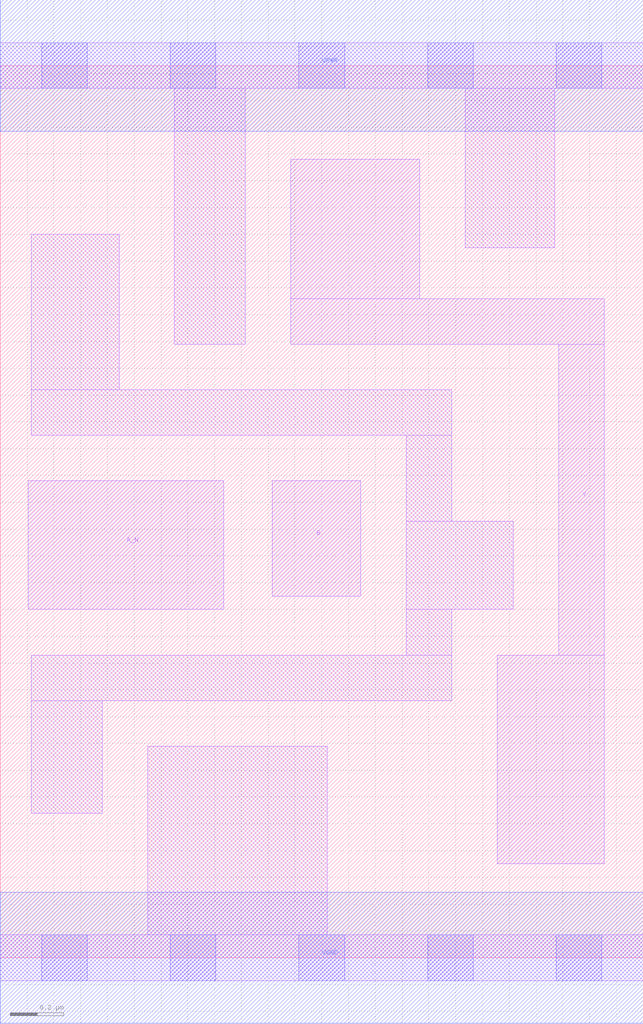
<source format=lef>
# Copyright 2020 The SkyWater PDK Authors
#
# Licensed under the Apache License, Version 2.0 (the "License");
# you may not use this file except in compliance with the License.
# You may obtain a copy of the License at
#
#     https://www.apache.org/licenses/LICENSE-2.0
#
# Unless required by applicable law or agreed to in writing, software
# distributed under the License is distributed on an "AS IS" BASIS,
# WITHOUT WARRANTIES OR CONDITIONS OF ANY KIND, either express or implied.
# See the License for the specific language governing permissions and
# limitations under the License.
#
# SPDX-License-Identifier: Apache-2.0

VERSION 5.7 ;
  NAMESCASESENSITIVE ON ;
  NOWIREEXTENSIONATPIN ON ;
  DIVIDERCHAR "/" ;
  BUSBITCHARS "[]" ;
UNITS
  DATABASE MICRONS 200 ;
END UNITS
MACRO sky130_fd_sc_hs__nand2b_1
  CLASS CORE ;
  SOURCE USER ;
  FOREIGN sky130_fd_sc_hs__nand2b_1 ;
  ORIGIN  0.000000  0.000000 ;
  SIZE  2.400000 BY  3.330000 ;
  SYMMETRY X Y ;
  SITE unit ;
  PIN A_N
    ANTENNAGATEAREA  0.208500 ;
    DIRECTION INPUT ;
    USE SIGNAL ;
    PORT
      LAYER li1 ;
        RECT 0.105000 1.300000 0.835000 1.780000 ;
    END
  END A_N
  PIN B
    ANTENNAGATEAREA  0.279000 ;
    DIRECTION INPUT ;
    USE SIGNAL ;
    PORT
      LAYER li1 ;
        RECT 1.015000 1.350000 1.345000 1.780000 ;
    END
  END B
  PIN Y
    ANTENNADIFFAREA  0.710200 ;
    DIRECTION OUTPUT ;
    USE SIGNAL ;
    PORT
      LAYER li1 ;
        RECT 1.085000 2.290000 2.255000 2.460000 ;
        RECT 1.085000 2.460000 1.565000 2.980000 ;
        RECT 1.855000 0.350000 2.255000 1.130000 ;
        RECT 2.085000 1.130000 2.255000 2.290000 ;
    END
  END Y
  PIN VGND
    DIRECTION INOUT ;
    USE GROUND ;
    PORT
      LAYER met1 ;
        RECT 0.000000 -0.245000 2.400000 0.245000 ;
    END
  END VGND
  PIN VPWR
    DIRECTION INOUT ;
    USE POWER ;
    PORT
      LAYER met1 ;
        RECT 0.000000 3.085000 2.400000 3.575000 ;
    END
  END VPWR
  OBS
    LAYER li1 ;
      RECT 0.000000 -0.085000 2.400000 0.085000 ;
      RECT 0.000000  3.245000 2.400000 3.415000 ;
      RECT 0.115000  0.540000 0.380000 0.960000 ;
      RECT 0.115000  0.960000 1.685000 1.130000 ;
      RECT 0.115000  1.950000 1.685000 2.120000 ;
      RECT 0.115000  2.120000 0.445000 2.700000 ;
      RECT 0.550000  0.085000 1.220000 0.790000 ;
      RECT 0.650000  2.290000 0.915000 3.245000 ;
      RECT 1.515000  1.130000 1.685000 1.300000 ;
      RECT 1.515000  1.300000 1.915000 1.630000 ;
      RECT 1.515000  1.630000 1.685000 1.950000 ;
      RECT 1.735000  2.650000 2.070000 3.245000 ;
    LAYER mcon ;
      RECT 0.155000 -0.085000 0.325000 0.085000 ;
      RECT 0.155000  3.245000 0.325000 3.415000 ;
      RECT 0.635000 -0.085000 0.805000 0.085000 ;
      RECT 0.635000  3.245000 0.805000 3.415000 ;
      RECT 1.115000 -0.085000 1.285000 0.085000 ;
      RECT 1.115000  3.245000 1.285000 3.415000 ;
      RECT 1.595000 -0.085000 1.765000 0.085000 ;
      RECT 1.595000  3.245000 1.765000 3.415000 ;
      RECT 2.075000 -0.085000 2.245000 0.085000 ;
      RECT 2.075000  3.245000 2.245000 3.415000 ;
  END
END sky130_fd_sc_hs__nand2b_1

</source>
